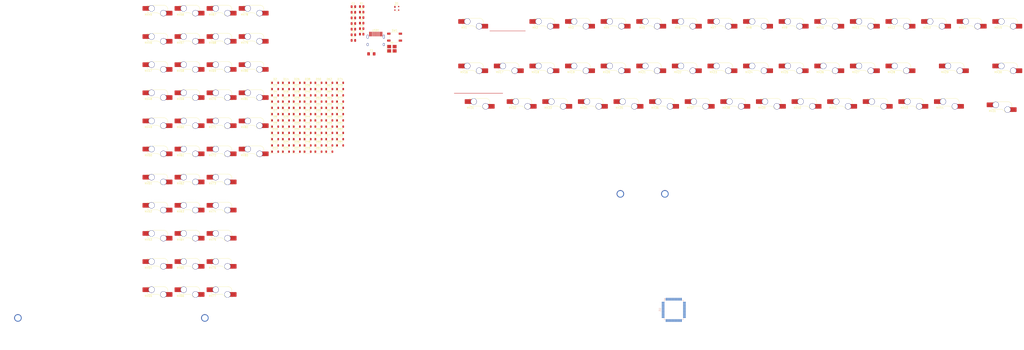
<source format=kicad_pcb>
(kicad_pcb (version 20240108) (generator "pcbnew") (generator_version "8.0")
  (layers (0 "F.Cu" signal) (31 "B.Cu" signal) (34 "B.Paste" user) (35 "F.Paste" user) (36 "B.SilkS" user "B.Silkscreen") (37 "F.SilkS" user "F.Silkscreen") (38 "B.Mask" user) (39 "F.Mask" user) (44 "Edge.Cuts" user))
  (net 0 "")
  (net 1 "GND")
  (net 2 "Net-(U1-UCAP)")
  (net 3 "+5V")
  (net 4 "Net-(U1-XTAL1)")
  (net 5 "Net-(U1-XTAL2)")
  (net 6 "D-")
  (net 7 "D+")
  (net 8 "VCC")
  (net 9 "col0")
  (net 10 "Net-(D2-A)")
  (net 11 "Net-(D3-A)")
  (net 12 "Net-(D4-A)")
  (net 13 "Net-(D5-A)")
  (net 14 "Net-(D6-A)")
  (net 15 "Net-(D7-A)")
  (net 16 "Net-(D8-A)")
  (net 17 "Net-(D9-A)")
  (net 18 "Net-(D10-A)")
  (net 19 "Net-(D11-A)")
  (net 20 "Net-(D12-A)")
  (net 21 "Net-(D13-A)")
  (net 22 "Net-(D14-A)")
  (net 23 "Net-(D15-A)")
  (net 24 "Net-(D16-A)")
  (net 25 "Net-(D17-A)")
  (net 26 "Net-(D18-A)")
  (net 27 "Net-(D19-A)")
  (net 28 "Net-(D20-A)")
  (net 29 "Net-(D21-A)")
  (net 30 "Net-(D22-A)")
  (net 31 "Net-(D23-A)")
  (net 32 "Net-(D24-A)")
  (net 33 "Net-(D25-A)")
  (net 34 "Net-(D26-A)")
  (net 35 "Net-(D27-A)")
  (net 36 "Net-(D28-A)")
  (net 37 "Net-(D29-A)")
  (net 38 "Net-(D30-A)")
  (net 39 "Net-(D31-A)")
  (net 40 "Net-(D32-A)")
  (net 41 "Net-(D33-A)")
  (net 42 "Net-(D34-A)")
  (net 43 "Net-(D35-A)")
  (net 44 "Net-(D36-A)")
  (net 45 "Net-(D37-A)")
  (net 46 "Net-(D38-A)")
  (net 47 "Net-(D39-A)")
  (net 48 "Net-(D40-A)")
  (net 49 "Net-(D41-A)")
  (net 50 "Net-(D42-A)")
  (net 51 "Net-(D43-A)")
  (net 52 "Net-(D44-A)")
  (net 53 "Net-(D45-A)")
  (net 54 "Net-(D46-A)")
  (net 55 "Net-(D47-A)")
  (net 56 "Net-(D48-A)")
  (net 57 "Net-(D49-A)")
  (net 58 "Net-(D50-A)")
  (net 59 "Net-(D51-A)")
  (net 60 "Net-(D52-A)")
  (net 61 "Net-(D53-A)")
  (net 62 "Net-(D54-A)")
  (net 63 "Net-(D55-A)")
  (net 64 "Net-(D56-A)")
  (net 65 "Net-(D57-A)")
  (net 66 "Net-(D58-A)")
  (net 67 "Net-(D59-A)")
  (net 68 "Net-(D60-A)")
  (net 69 "Net-(D61-A)")
  (net 70 "Net-(D62-A)")
  (net 71 "Net-(D63-A)")
  (net 72 "Net-(D64-A)")
  (net 73 "Net-(D65-A)")
  (net 74 "Net-(D66-A)")
  (net 75 "Net-(D67-A)")
  (net 76 "Net-(D68-A)")
  (net 77 "Net-(D69-A)")
  (net 78 "Net-(D70-A)")
  (net 79 "Net-(D71-A)")
  (net 80 "Net-(D72-A)")
  (net 81 "Net-(D73-A)")
  (net 82 "Net-(D74-A)")
  (net 83 "Net-(D75-A)")
  (net 84 "Net-(D76-A)")
  (net 85 "Net-(D77-A)")
  (net 86 "Net-(D78-A)")
  (net 87 "Net-(D79-A)")
  (net 88 "Net-(D80-A)")
  (net 89 "Net-(D81-A)")
  (net 90 "Net-(D82-A)")
  (net 91 "Net-(D83-A)")
  (net 92 "Net-(D84-A)")
  (net 93 "Net-(U1-~{HWB}{slash}PE2)")
  (net 94 "Net-(U1-D+)")
  (net 95 "Net-(U1-D-)")
  (net 96 "Net-(U1-~{RESET})")
  (net 97 "Net-(USB1-CC2)")
  (net 98 "Net-(USB1-CC1)")
  (footprint "Diode_SMD:D_SOD-123" (layer "F.Cu") (at -74.129824 94.58)
    (property "Reference" "D24")
    (property "Value" "D")
  )
  (footprint "Diode_SMD:D_SOD-123" (layer "F.Cu") (at -50.949824 64.43)
    (property "Reference" "D63")
    (property "Value" "D")
  )
  (footprint "PCM_marbastlib-mx:SW_MX_HS_CPG151101S11_1u" (layer "F.Cu") (at 158.75 33.3375)
    (property "Reference" "MX7")
    (property "Value" "F6")
  )
  (footprint "Diode_SMD:D_SOD-123" (layer "F.Cu") (at -62.539824 67.78)
    (property "Reference" "D40")
    (property "Value" "D")
  )
  (footprint "PCM_marbastlib-mx:SW_MX_HS_CPG151101S11_1u" (layer "F.Cu") (at -143.505 26.35)
    (property "Reference" "MX45")
    (property "Value" "pgDn")
  )
  (footprint "PCM_marbastlib-mx:STAB_MX_P_2u" (layer "F.Cu") (at 116.68125 127.47625)
    (property "Reference" "S3" (hide yes))
    (property "Value" "MX_stab")
  )
  (footprint "PCM_marbastlib-mx:SW_MX_HS_CPG151101S11_1u" (layer "F.Cu") (at 63.5 33.3375)
    (property "Reference" "MX2")
    (property "Value" "F1")
  )
  (footprint "PCM_marbastlib-mx:SW_MX_HS_CPG151101S11_1u" (layer "F.Cu") (at -143.505 131.7)
    (property "Reference" "MX52")
    (property "Value" "h")
  )
  (footprint "Diode_SMD:D_SOD-123" (layer "F.Cu") (at -62.539824 64.43)
    (property "Reference" "D39")
    (property "Value" "D")
  )
  (footprint "PCM_marbastlib-mx:SW_MX_HS_CPG151101S11_1u" (layer "F.Cu") (at 139.7 33.3375)
    (property "Reference" "MX6")
    (property "Value" "F5")
  )
  (footprint "PCM_marbastlib-mx:SW_MX_HS_CPG151101S11_1u" (layer "F.Cu") (at -109.205 86.55)
    (property "Reference" "MX71")
    (property "Value" "rshift")
  )
  (footprint "Diode_SMD:D_SOD-123" (layer "F.Cu") (at -79.924824 81.18)
    (property "Reference" "D8")
    (property "Value" "D")
  )
  (footprint "Diode_SMD:D_SOD-123" (layer "F.Cu") (at -68.334824 87.88)
    (property "Reference" "D34")
    (property "Value" "D")
  )
  (footprint "Diode_SMD:D_SOD-123" (layer "F.Cu") (at -62.539824 61.08)
    (property "Reference" "D38")
    (property "Value" "D")
  )
  (footprint "Diode_SMD:D_SOD-123" (layer "F.Cu") (at -68.334824 71.13)
    (property "Reference" "D29")
    (property "Value" "D")
  )
  (footprint "PCM_marbastlib-mx:SW_MX_HS_CPG151101S11_1u" (layer "F.Cu") (at -126.355 56.45)
    (property "Reference" "MX58")
    (property "Value" "enter")
  )
  (footprint "PCM_marbastlib-mx:SW_MX_HS_CPG151101S11_1u" (layer "F.Cu") (at 203.73375 76.2)
    (property "Reference" "MX40")
    (property "Value" "o")
  )
  (footprint "PCM_marbastlib-mx:SW_MX_HS_CPG151101S11_1u" (layer "F.Cu") (at -109.205 161.8)
    (property "Reference" "MX76")
    (property "Value" "alt")
  )
  (footprint "Diode_SMD:D_SOD-123" (layer "F.Cu") (at -50.949824 81.18)
    (property "Reference" "D68")
    (property "Value" "D")
  )
  (footprint "Diode_SMD:D_SOD-123" (layer "F.Cu") (at -50.949824 77.83)
    (property "Reference" "D67")
    (property "Value" "D")
  )
  (footprint "Diode_SMD:D_SOD-123" (layer "F.Cu") (at -68.334824 97.93)
    (property "Reference" "D37")
    (property "Value" "D")
  )
  (footprint "PCM_marbastlib-mx:SW_MX_HS_CPG151101S11_1u" (layer "F.Cu") (at -92.055 56.45)
    (property "Reference" "MX80")
    (property "Value" "ctrl")
  )
  (footprint "PCM_marbastlib-mx:SW_MX_HS_CPG151101S11_1u" (layer "F.Cu") (at 63.5 57.15)
    (property "Reference" "MX18")
    (property "Value" "2")
  )
  (footprint "Diode_SMD:D_SOD-123" (layer "F.Cu") (at -62.539824 81.18)
    (property "Reference" "D44")
    (property "Value" "D")
  )
  (footprint "Capacitor_SMD:C_0805_2012Metric" (layer "F.Cu") (at -38.059824 29.36)
    (property "Reference" "C4")
    (property "Value" "0.1uF")
  )
  (footprint "Diode_SMD:D_SOD-123" (layer "F.Cu") (at -45.154824 87.88)
    (property "Reference" "D82")
    (property "Value" "D")
  )
  (footprint "PCM_marbastlib-mx:SW_MX_HS_CPG151101S11_1u" (layer "F.Cu") (at 311.15 33.3375)
    (property "Reference" "MX15")
    (property "Value" "Delete")
  )
  (footprint "PCM_marbastlib-mx:SW_MX_HS_CPG151101S11_1u" (layer "F.Cu") (at -92.055 101.6)
    (property "Reference" "MX83")
    (property "Value" "right")
  )
  (footprint "Diode_SMD:D_SOD-123" (layer "F.Cu") (at -45.154824 84.53)
    (property "Reference" "D81")
    (property "Value" "D")
  )
  (footprint "PCM_marbastlib-mx:SW_MX_HS_CPG151101S11_1u" (layer "F.Cu") (at 196.85 33.3375)
    (property "Reference" "MX9")
    (property "Value" "F8")
  )
  (footprint "PCM_marbastlib-mx:SW_MX_HS_CPG151101S11_1u" (layer "F.Cu") (at -126.355 116.65)
    (property "Reference" "MX62")
    (property "Value" "x")
  )
  (footprint "Diode_SMD:D_SOD-123" (layer "F.Cu") (at -74.129824 71.13)
    (property "Reference" "D17")
    (property "Value" "D")
  )
  (footprint "Diode_SMD:D_SOD-123" (layer "F.Cu") (at -79.924824 61.08)
    (property "Reference" "D2")
    (property "Value" "D")
  )
  (footprint "PCM_marbastlib-mx:SW_MX_HS_CPG151101S11_1u" (layer "F.Cu") (at 177.8 33.3375)
    (property "Reference" "MX8")
    (property "Value" "F7")
  )
  (footprint "PCM_marbastlib-mx:SW_MX_HS_CPG151101S11_1u" (layer "F.Cu") (at -126.355 101.6)
    (property "Reference" "MX61")
    (property "Value" "z")
  )
  (footprint "Diode_SMD:D_SOD-123" (layer "F.Cu") (at -79.924824 74.48)
    (property "Reference" "D6")
    (property "Value" "D")
  )
  (footprint "PCM_marbastlib-mx:SW_MX_HS_CPG151101S11_1u" (layer "F.Cu") (at -92.055 26.35)
    (property "Reference" "MX78")
    (property "Value" "alt")
  )
  (footprint "Diode_SMD:D_SOD-123" (layer "F.Cu") (at -56.744824 81.18)
    (property "Reference" "D56")
    (property "Value" "D")
  )
  (footprint "Capacitor_SMD:C_0805_2012Metric" (layer "F.Cu") (at -38.059824 35.38)
    (property "Reference" "C6")
    (property "Value" "1uF")
  )
  (footprint "PCM_marbastlib-mx:SW_MX_HS_CPG151101S11_1u" (layer "F.Cu") (at -126.355 176.85)
    (property "Reference" "MX66")
    (property "Value" "n")
  )
  (footprint "Capacitor_SMD:C_0805_2012Metric" (layer "F.Cu") (at -38.059824 38.39)
    (property "Reference" "C7")
    (property "Value" "1uF")
  )
  (footprint "PCM_marbastlib-mx:SW_MX_HS_CPG151101S11_1u" (layer "F.Cu") (at 89.43375 76.2)
    (property "Reference" "MX34")
    (property "Value" "e")
  )
  (footprint "PCM_marbastlib-mx:SW_MX_HS_CPG151101S11_1u" (layer "F.Cu") (at -109.205 71.5)
    (property "Reference" "MX70")
    (property "Value" "?")
  )
  (footprint "Diode_SMD:D_SOD-123" (layer "F.Cu") (at -45.154824 77.83)
    (property "Reference" "D79")
    (property "Value" "D")
  )
  (footprint "Diode_SMD:D_SOD-123" (layer "F.Cu") (at -62.539824 87.88)
    (property "Reference" "D46")
    (property "Value" "D")
  )
  (footprint "Diode_SMD:D_SOD-123" (layer "F.Cu") (at -74.129824 84.53)
    (property "Reference" "D21")
    (property "Value" "D")
  )
  (footprint "PCM_marbastlib-mx:SW_MX_HS_CPG151101S11_1u" (layer "F.Cu") (at 234.95 33.3375)
    (property "Reference" "MX11")
    (property "Value" "F10")
  )
  (footprint "PCM_marbastlib-mx:SW_MX_HS_CPG151101S11_1u" (layer "F.Cu") (at -92.055 71.5)
    (property "Reference" "MX81")
    (property "Value" "left")
  )
  (footprint "PCM_marbastlib-mx:SW_MX_HS_CPG151101S11_1u" (layer "F.Cu") (at -143.505 41.4)
    (property "Reference" "MX46")
    (property "Value" "caps lock")
  )
  (footprint "Diode_SMD:D_SOD-123" (layer "F.Cu") (at -68.334824 77.83)
    (property "Reference" "D31")
    (property "Value" "D")
  )
  (footprint "Capacitor_SMD:C_0805_2012Metric" (layer "F.Cu") (at -38.059824 23.34)
    (property "Reference" "C2")
    (property "Value" "0.1uF")
  )
  (footprint "Diode_SMD:D_SOD-123" (layer "F.Cu") (at -79.924824 84.53)
    (property "Reference" "D9")
    (property "Value" "D")
  )
  (footprint "Diode_SMD:D_SOD-123" (layer "F.Cu") (at -74.129824 61.08)
    (property "Reference" "D14")
    (property "Value" "D")
  )
  (footprint "Diode_SMD:D_SOD-123" (layer "F.Cu") (at -50.949824 87.88)
    (property "Reference" "D70")
    (property "Value" "D")
  )
  (footprint "PCM_marbastlib-mx:SW_MX_HS_CPG151101S11_1u" (layer "F.Cu") (at -143.505 56.45)
    (property "Reference" "MX47")
    (property "Value" "a")
  )
  (footprint "PCM_marbastlib-mx:SW_MX_HS_CPG151101S11_1u" (layer "F.Cu") (at -109.205 56.45)
    (property "Reference" "MX69")
    (property "Value" ">")
  )
  (footprint "Diode_SMD:D_SOD-123" (layer "F.Cu") (at -56.744824 97.93)
    (property "Reference" "D61")
    (property "Value" "D")
  )
  (footprint "PCM_marbastlib-mx:SW_MX_HS_CPG151101S11_1u" (layer "F.Cu") (at -126.355 26.35)
    (property "Reference" "MX56")
    (property "Value" ":")
  )
  (footprint "PCM_marbastlib-mx:SW_MX_HS_CPG151101S11_1u" (layer "F.Cu") (at 51.33375 76.2)
    (property "Reference" "MX32")
    (property "Value" "q")
  )
  (footprint "PCM_marbastlib-mx:SW_MX_HS_CPG151101S11_1u" (layer "F.Cu") (at 70.38375 76.2)
    (property "Reference" "MX33")
    (property "Value" "w")
  )
  (footprint "Diode_SMD:D_SOD-123" (layer "F.Cu") (at -79.924824 64.43)
    (property "Reference" "D3")
    (property "Value" "D")
  )
  (footprint "PCM_marbastlib-mx:SW_MX_HS_CPG151101S11_1u" (layer "F.Cu") (at 82.55 33.3375)
    (property "Reference" "MX3")
    (property "Value" "F2")
  )
  (footprint "Diode_SMD:D_SOD-123" (layer "F.Cu") (at -45.154824 64.43)
    (property "Reference" "D75")
    (property "Value" "D")
  )
  (footprint "PCM_marbastlib-mx:SW_MX_HS_CPG151101S11_1u" (layer "F.Cu") (at -109.205 116.65)
    (property "Reference" "MX73")
    (property "Value" "end")
  )
  (footprint "Diode_SMD:D_SOD-123" (layer "F.Cu") (at -56.744824 67.78)
    (property "Reference" "D52")
    (property "Value" "D")
  )
  (footprint "Capacitor_SMD:C_0805_2012Metric" (layer "F.Cu") (at -38.059824 26.35)
    (property "Reference" "C3")
    (property "Value" "0.1uF")
  )
  (footprint "Diode_SMD:D_SOD-123" (layer "F.Cu") (at -45.154824 94.58)
    (property "Reference" "D84")
    (property "Value" "D")
  )
  (footprint "Diode_SMD:D_SOD-123" (layer "F.Cu") (at -68.334824 81.18)
    (property "Reference" "D32")
    (property "Value" "D")
  )
  (footprint "PCM_marbastlib-mx:SW_MX_HS_CPG151101S11_1u" (layer "F.Cu") (at 215.9 33.3375)
    (property "Reference" "MX10")
    (property "Value" "F9")
  )
  (footprint "Diode_SMD:D_SOD-123" (layer "F.Cu") (at -50.949824 94.58)
    (property "Reference" "D72")
    (property "Value" "D")
  )
  (footprint "PCM_marbastlib-mx:SW_MX_HS_CPG151101S11_1u" (layer "F.Cu") (at 101.6 33.3375)
    (property "Reference" "MX4")
    (property "Value" "F3")
  )
  (footprint "PCM_marbastlib-mx:SW_MX_HS_CPG151101S11_1u" (layer "F.Cu") (at 222.78375 76.2)
    (property "Reference" "MX41")
    (property "Value" "p")
  )
  (footprint "Diode_SMD:D_SOD-123" (layer "F.Cu") (at -50.949824 84.53)
    (property "Reference" "D69")
    (property "Value" "D")
  )
  (footprint "Diode_SMD:D_SOD-123" (layer "F.Cu") (at -79.924824 71.13)
    (property "Reference" "D5")
    (property "Value" "D")
  )
  (footprint "Diode_SMD:D_SOD-123" (layer "F.Cu") (at -68.334824 94.58)
    (property "Reference" "D36")
    (property "Value" "D")
  )
  (footprint "PCM_marbastlib-mx:SW_MX_HS_CPG151101S11_1u" (layer "F.Cu") (at 311.15 57.15)
    (property "Reference" "MX30")
    (property "Value" "pgUp")
  )
  (footprint "Diode_SMD:D_SOD-123" (layer "F.Cu") (at -56.744824 84.53)
    (property "Reference" "D57")
    (property "Value" "D")
  )
  (footprint "Diode_SMD:D_SOD-123" (layer "F.Cu") (at -62.539824 94.58)
    (property "Reference" "D48")
    (property "Value" "D")
  )
  (footprint "PCM_marbastlib-mx:SW_MX_HS_CPG151101S11_1u" (layer "F.Cu") (at 177.8 57.15)
    (property "Reference" "MX24")
    (property "Value" "8")
  )
  (footprint "Diode_SMD:D_SOD-123" (layer "F.Cu") (at -79.924824 67.78)
    (property "Reference" "D4")
    (property "Value" "D")
  )
  (footprint "Diode_SMD:D_SOD-123" (layer "F.Cu") (at -62.539824 84.53)
    (property "Reference" "D45")
    (property "Value" "D")
  )
  (footprint "PCM_marbastlib-mx:SW_MX_HS_CPG151101S11_1u" (layer "F.Cu") (at -143.505 146.75)
    (property "Reference" "MX53")
    (property "Value" "j")
  )
  (footprint "PCM_marbastlib-mx:SW_MX_HS_CPG151101S11_1u" (layer "F.Cu") (at 184.68375 76.2)
    (property "Reference" "MX39")
    (property "Value" "i")
  )
  (footprint "Diode_SMD:D_SOD-123" (layer "F.Cu") (at -68.334824 61.08)
    (property "Reference" "D26")
    (property "Value" "D")
  )
  (footprint "PCM_marbastlib-mx:SW_MX_HS_CPG151101S11_1u" (layer "F.Cu") (at 108.48375 76.2)
    (property "Reference" "MX35")
    (property "Value" "r")
  )
  (footprint "PCM_marbastlib-mx:SW_MX_HS_CPG151101S11_1u" (layer "F.Cu") (at -92.055 86.55)
    (property "Reference" "MX82")
    (property "Value" "down")
  )
  (footprint "PCM_marbastlib-mx:SW_MX_HS_CPG151101S11_1u" (layer "F.Cu") (at 279.93375 76.2)
    (property "Reference" "MX44")
    (property "Value" "|")
  )
  (footprint "Diode_SMD:D_SOD-123" (layer "F.Cu") (at -74.129824 97.93)
    (property "Reference" "D25")
    (property "Value" "D")
  )
  (footprint "PCM_marbastlib-mx:SW_MX_HS_CPG151101S11_1u" (layer "F.Cu") (at 101.6 57.15)
    (property "Reference" "MX20")
    (property "Value" "4")
  )
  (footprint "Diode_SMD:D_SOD-123" (layer "F.Cu") (at -62.539824 74.48)
    (property "Reference" "D42")
    (property "Value" "D")
  )
  (footprint "Diode_SMD:D_SOD-123" (layer "F.Cu") (at -56.744824 74.48)
    (property "Reference" "D54")
    (property "Value" "D")
  )
  (footprint "PCM_marbastlib-mx:SW_MX_HS_CPG151101S11_1u" (layer "F.Cu") (at -109.205 146.75)
    (property "Reference" "MX75")
    (property "Value" "win")
  )
  (footprint "Diode_SMD:D_SOD-123" (layer "F.Cu") (at -56.744824 77.83)
    (property "Reference" "D55")
    (property "Value" "D")
  )
  (footprint "PCM_marbastlib-mx:SW_MX_HS_CPG151101S11_1u" (layer "F.Cu") (at 254 57.15)
    (property "Reference" "MX28")
    (property "Value" "+")
  )
  (footprint "Diode_SMD:D_SOD-123" (layer "F.Cu") (at -62.539824 97.93)
    (property "Reference" "D49")
    (property "Value" "D")
  )
  (footprint "PCM_marbastlib-mx:SW_MX_HS_CPG151101S11_1u" (layer "F.Cu") (at 196.85 57.15)
    (property "Reference" "MX25")
    (property "Value" "9")
  )
  (footprint "PCM_marbastlib-mx:SW_MX_HS_CPG151101S11_1u" (layer "F.Cu") (at -126.355 131.7)
    (property "Reference" "MX63")
    (property "Value" "c")
  )
  (footprint "PCM_marbastlib-mx:SW_MX_HS_CPG151101S11_1u" (layer "F.Cu") (at 158.75 57.15)
    (property "Reference" "MX23")
    (property "Value" "7")
  )
  (footprint "Diode_SMD:D_SOD-123" (layer "F.Cu") (at -68.334824 64.43)
    (property "Reference" "D27")
    (property "Value" "D")
  )
  (footprint "PCM_marbastlib-mx:SW_MX_HS_CPG151101S11_1u" (layer "F.Cu") (at -126.355 71.5)
    (property "Reference" "MX59")
    (property "Value" "home")
  )
  (footprint "Diode_SMD:D_SOD-123" (layer "F.Cu") (at -68.334824 91.23)
    (property "Reference" "D35")
    (property "Value" "D")
  )
  (footprint "Diode_SMD:D_SOD-123" (layer "F.Cu") (at -74.129824 81.18)
    (property "Reference" "D20")
    (property "Value" "D")
  )
  (footprint "PCM_marbastlib-mx:SW_MX_HS_CPG151101S11_1u" (layer "F.Cu") (at -109.205 101.6)
    (property "Reference" "MX72")
    (property "Value" "up")
  )
  (footprint "PCM_marbastlib-mx:SW_MX_HS_CPG151101S11_1u" (layer "F.Cu") (at 82.55 57.15)
    (property "Reference" "MX19")
    (property "Value" "3")
  )
  (footprint "PCM_marbastlib-mx:SW_MX_HS_CPG151101S11_1u" (layer "F.Cu") (at 139.7 57.15)
    (property "Reference" "MX22")
    (property "Value" "6")
  )
  (footprint "PCM_marbastlib-mx:SW_MX_HS_CPG151101S11_1u" (layer "F.Cu") (at 25.4 33.3375)
    (property "Reference" "MX1")
    (property "Value" "Esc")
  )
  (footprint "Diode_SMD:D_SOD-123" (layer "F.Cu") (at -62.539824 91.23)
    (property "Reference" "D47")
    (property "Value" "D")
  )
  (footprint "PCM_marbastlib-mx:SW_MX_HS_CPG151101S11_1u" (layer "F.Cu") (at -109.205 131.7)
    (property "Reference" "MX74")
    (property "Value" "ctrl")
  )
  (footprint "Diode_SMD:D_SOD-123" (layer "F.Cu") (at -79.924824 97.93)
    (property "Reference" "D13")
    (property "Value" "D")
  )
  (footprint "Capacitor_SMD:C_0805_2012Metric" (layer "F.Cu") (at -38.059824 32.37)
    (property "Reference" "C5")
    (property "Value" "10uF")
  )
  (footprint "Diode_SMD:D_SOD-123" (layer "F.Cu") (at -56.744824 94.58)
    (property "Reference" "D60")
    (property "Value" "D")
  )
  (footprint "Resistor_SMD:R_0805_2012Metric" (layer "F.Cu") (at -33.629824 20.3)
    (property "Reference" "R1")
    (property "Value" "10k")
  )
  (footprint "Fuse:Fuse_1206_3216Metric_Pad1.42x1.75mm_HandSolder" (layer "F.Cu") (at -28.449824 45.59)
    (property "Reference" "F1")
    (property "Value" "500m")
  )
  (footprint "Diode_SMD:D_SOD-123" (layer "F.Cu") (at -45.154824 61.08)
    (property "Reference" "D74")
    (property "Value" "D")
  )
  (footprint "PCM_marbastlib-mx:SW_MX_HS_CPG151101S11_1u" (layer "F.Cu") (at 120.65 57.15)
    (property "Reference" "MX21")
    (property "Value" "5")
  )
  (footprint "Diode_SMD:D_SOD-123" (layer "F.Cu") (at -74.129824 77.83)
    (property "Reference" "D19")
    (property "Value" "D")
  )
  (footprint "PCM_marbastlib-mx:SW_MX_HS_CPG151101S11_1u" (layer "F.Cu") (at -109.205 41.4)
    (property "Reference" "MX68")
    (property "Value" "<")
  )
  (footprint "PCM_marbastlib-mx:SW_MX_HS_CPG151101S11_1u" (layer "F.Cu") (at 44.45 57.15)
    (property "Reference" "MX17")
    (property "Value" "1")
  )
  (footprint "Resistor_SMD:R_0805_2012Metric" (layer "F.Cu") (at -33.629824 29.15)
    (property "Reference" "R4")
    (property "Value" "10k")
  )
  (footprint "PCM_marbastlib-mx:SW_MX_HS_CPG151101S11_1u" (layer "F.Cu") (at -92.055 41.4)
    (property "Reference" "MX79")
    (property "Value" "menu")
  )
  (footprint "Diode_SMD:D_SOD-123" (layer "F.Cu") (at -62.539824 77.83)
    (property "Reference" "D43")
    (property "Value" "D")
  )
  (footprint "PCM_marbastlib-mx:STAB_MX_2u" (layer "F.Cu") (at 282.575 57.15)
    (property "Reference" "S4" (hide yes))
    (property "Value" "MX_stab")
  )
  (footprint "PCM_marbastlib-mx:SW_MX_HS_CPG151101S11_1u" (layer "F.Cu") (at -109.205 176.85)
    (property "Reference" "MX77")
    (property "Value" "space")
  )
  (footprint "Resistor_SMD:R_0805_2012Metric" (layer "F.Cu") (at -33.629824 26.2)
    (property "Reference" "R3")
    (property "Value" "22")
  )
  (footprint "Diode_SMD:D_SOD-123" (layer "F.Cu") (at -79.924824 77.83)
    (property "Reference" "D7")
    (property "Value" "D")
  )
  (footprint "PCM_marbastlib-mx:SW_MX_HS_CPG151101S11_1u" (layer "F.Cu") (at -126.355 86.55)
    (property "Reference" "MX60")
    (property "Value" "lshift")
  )
  (footprint "Diode_SMD:D_SOD-123" (layer "F.Cu") (at -56.744824 71.13)
    (property "Reference" "D53")
    (property "Value" "D")
  )
  (footprint "Diode_SMD:D_SOD-123" (layer "F.Cu") (at -79.924824 94.58)
    (property "Reference" "D12")
    (property "Value" "D")
  )
  (footprint "Diode_SMD:D_SOD-123" (layer "F.Cu") (at -68.334824 67.78)
    (property "Reference" "D28")
    (property "Value" "D")
  )
  (footprint "PCM_marbastlib-mx:SW_MX_HS_CPG151101S11_1u" (layer "F.Cu") (at 260.88375 76.2)
    (property "Reference" "MX43")
    (property "Value" "}")
  )
  (footprint "Diode_SMD:D_SOD-123" (layer "F.Cu") (at -68.334824 84.53)
    (property "Reference" "D33")
    (property "Value" "D")
  )
  (footprint "PCM_marbastlib-mx:SW_MX_HS_CPG151101S11_1u" (layer "F.Cu") (at 292.1 33.3375)
    (property "Reference" "MX14")
    (property "Value" "PrtSc")
  )
  (footprint "Crystal:Crystal_SMD_3225-4Pin_3.2x2.5mm_HandSoldering" (layer "F.Cu") (at -17.459824 42.85)
    (property "Reference" "Y1")
    (property "Value" "16MHz")
  )
  (footprint "Diode_SMD:D_SOD-123" (layer "F.Cu") (at -50.949824 74.48)
    (property "Reference" "D66")
    (property "Value" "D")
  )
  (footprint "Diode_SMD:D_SOD-123" (layer "F.Cu") (at -45.154824 81.18)
    (property "Reference" "D80")
    (property "Value" "D")
  )
  (footprint "PCM_marbastlib-mx:SW_MX_HS_CPG151101S11_1u" (layer "F.Cu") (at 127.53375 76.2)
    (property "Reference" "MX36")
    (property "Value" "t")
  )
  (footprint "PCM_marbastlib-mx:SW_MX_HS_CPG151101S11_1u" (layer "F.Cu") (at 120.65 33.3375)
    (property "Reference" "MX5")
    (property "Value" "F4")
  )
  (footprint "PCM_marbastlib-mx:SW_MX_HS_CPG151101S11_1u" (layer "F.Cu") (at -143.505 71.5)
    (property "Reference" "MX48")
    (property "Value" "s")
  )
  (footprint "PCM_marbastlib-mx:SW_MX_HS_CPG151101S11_1u" (layer "F.Cu") (at 146.58375 76.2)
    (property "Reference" "MX37")
    (property "Value" "y")
  )
  (footprint "Resistor_SMD:R_0805_2012Metric" (layer "F.Cu") (at -33.629824 23.25)
    (property "Reference" "R2")
    (property "Value" "22")
  )
  (footprint "PCM_marbastlib-mx:SW_MX_HS_CPG151101S11_1u" (layer "F.Cu") (at 234.95 57.15)
    (property "Reference" "MX27")
    (property "Value" "-")
  )
  (footprint "Diode_SMD:D_SOD-123" (layer "F.Cu") (at -74.129824 67.78)
    (property "Reference" "D16")
    (property "Value" "D")
  )
  (footprint "PCM_marbastlib-mx:SW_MX_HS_CPG151101S11_1u" (layer "F.Cu") (at 28.875 76.2)
    (property "Reference" "MX31")
    (property "Value" "tab")
  )
  (footprint "Diode_SMD:D_SOD-123" (layer "F.Cu") (at -50.949824 97.93)
    (property "Reference" "D73")
    (property "Value" "D")
  )
  (footprint "PCM_marbastlib-mx:SW_MX_HS_CPG151101S11_1u" (layer "F.Cu") (at -143.505 86.55)
    (property "Reference" "MX49")
    (property "Value" "d")
  )
  (footprint "Diode_SMD:D_SOD-123" (layer "F.Cu") (at -45.154824 74.48)
    (property "Reference" "D78")
    (property "Value" "D")
  )
  (footprint "Diode_SMD:D_SOD-123" (layer "F.Cu") (at -56.744824 61.08)
    (property "Reference" "D50")
    (property "Value" "D")
  )
  (footprint "Diode_SMD:D_SOD-123" (layer "F.Cu") (at -56.744824 87.88)
    (property "Reference" "D58")
    (property "Value" "D")
  )
  (footprint "Capacitor_SMD:C_0805_2012Metric" (layer "F.Cu") (at -38.059824 20.33)
    (property "Reference" "C1")
    (property "Value" "1uF")
  )
  (footprint "Diode_SMD:D_SOD-123" (layer "F.Cu") (at -74.129824 91.23)
    (property "Reference" "D23")
    (property "Value" "D")
  )
  (footprint "Diode_SMD:D_SOD-123" (layer "F.Cu") (at -45.154824 91.23)
    (property "Reference" "D83")
    (property "Value" "D")
  )
  (footprint "Diode_SMD:D_SOD-123" (layer "F.Cu") (at -68.334824 74.48)
    (property "Reference" "D30")
    (property "Value" "D")
  )
  (footprint "Diode_SMD:D_SOD-123" (layer "F.Cu") (at -50.949824 71.13)
    (property "Reference" "D65")
    (property "Value" "D")
  )
  (footprint "PCM_marbastlib-mx:SW_MX_HS_CPG151101S11_1u" (layer "F.Cu") (at 273.05 33.3375)
    (property "Reference" "MX13")
    (property "Value" "F12")
  )
  (footprint "Resistor_SMD:R_0805_2012Metric" (layer "F.Cu") (at -33.629824 35.05)
    (property "Reference" "R6")
    (property "Value" "5.1k")
  )
  (footprint "PCM_marbastlib-mx:SW_MX_HS_CPG151101S11_1u" (layer "F.Cu") (at -126.355 41.4)
    (property "Reference" "MX57")
    (property "Value" "\"")
  )
  (footprint "PCM_marbastlib-mx:SW_MX_HS_CPG151101S11_1u" (layer "F.Cu") (at 215.9 57.15)
    (property "Reference" "MX26")
    (property "Value" "0")
  )
  (footprint "Diode_SMD:D_SOD-123" (layer "F.Cu") (at -79.924824 87.88)
    (property "Reference" "D10")
    (property "Value" "D")
  )
  (footprint "PCM_marbastlib-mx:SW_MX_HS_CPG151101S11_1u" (layer "F.Cu") (at 282.575 57.15)
    (property "Reference" "MX29")
    (property "Value" "backspace")
  )
  (footprint "Package_TO_SOT_SMD:SOT-143" (layer "F.Cu") (at -14.849824 21.225)
    (property "Reference" "D1")
    (property "Value" "PRTR5V0U2X")
  )
  (footprint "PCM_marbastlib-mx:SW_MX_HS_CPG151101S11_1u" (layer "F.Cu") (at 25.4 57.15)
    (property "Reference" "MX16")
    (property "Value" "~")
  )
  (footprint "Diode_SMD:D_SOD-123" (layer "F.Cu") (at -50.949824 91.23)
    (property "Reference" "D71")
    (property "Value" "D")
  )
  (footprint "Diode_SMD:D_SOD-123" (layer "F.Cu") (at -45.154824 71.13)
    (property "Reference" "D77")
    (property "Value" "D")
  )
  (footprint "Diode_SMD:D_SOD-123" (layer "F.Cu") (at -74.129824 87.88)
    (property "Reference" "D22")
    (property "Value" "D")
  )
  (footprint "PCM_marbastlib-mx:STAB_MX_P_6.25u" (layer "F.Cu") (at -167.538574 193.86)
    (property "Reference" "S1" (hide yes))
    (property "Value" "MX_stab")
  )
  (footprint "PCM_marbastlib-mx:SW_MX_HS_CPG151101S11_1u" (layer "F.Cu") (at -143.505 101.6)
    (property "Reference" "MX50")
    (property "Value" "f")
  )
  (footprint "Resistor_SMD:R_0805_2012Metric" (layer "F.Cu") (at -33.629824 32.1)
    (property "Reference" "R5")
    (property "Value" "5.1k")
  )
  (footprint "PCM_marbastlib-mx:SW_MX_HS_CPG151101S11_1u" (layer "F.Cu") (at -143.505 176.85)
    (property "Reference" "MX55")
    (property "Value" "l")
  )
  (footprint "PCM_marbastlib-mx:SW_MX_HS_CPG151101S11_1u" (layer "F.Cu") (at 254 33.3375)
    (property "Reference" "MX12")
    (property "Value" "F11")
  )
  (footprint "PCM_marbastlib-mx:SW_MX_HS_CPG151101S11_1u" (layer "F.Cu") (at -143.505 116.65)
    (property "Reference" "MX51")
    (property "Value" "g")
  )
  (footprint "Diode_SMD:D_SOD-123" (layer "F.Cu") (at -45.154824 67.78)
    (property "Reference" "D76")
    (property "Value" "D")
  )
  (footprint "Diode_SMD:D_SOD-123" (layer "F.Cu") (at -74.129824 74.48)
    (property "Reference" "D18")
    (property "Value" "D")
  )
  (footprint "PCM_marbastlib-mx:SW_MX_HS_CPG151101S11_1u" (layer "F.Cu") (at 308.13375 77.94625)
    (property "Reference" "MX31")
    (property "Value" "tab")
  )
  (footprint "Diode_SMD:D_SOD-123" (layer "F.Cu") (at -56.744824 91.23)
    (property "Reference" "D59")
    (property "Value" "D")
  )
  (footprint "PCM_marbastlib-mx:SW_MX_HS_CPG151101S11_1u" (layer "F.Cu") (at -126.355 146.75)
    (property "Reference" "MX64")
    (property "Value" "v")
  )
  (footprint "Diode_SMD:D_SOD-123" (layer "F.Cu") (at -62.539824 71.13)
    (property "Reference" "D41")
    (property "Value" "D")
  )
  (footprint "PCM_marbastlib-mx:SW_MX_HS_CPG151101S11_1u" (layer "F.Cu") (at -126.355 161.8)
    (property "Reference" "MX65")
    (property "Value" "b")
  )
  (footprint "PCM_marbastlib-mx:STAB_MX_2u" (layer "F.Cu") (at 33.3375 102.07625)
    (property "Reference" "S2" (hide yes))
    (property "Value" "MX_stab")
  )
  (footprint "Diode_SMD:D_SOD-123" (layer "F.Cu") (at -56.744824 64.43)
    (property "Reference" "D51")
    (property "Value" "D")
  )
  (footprint "Button_Switch_SMD:SW_SPST_SKQG_WithStem" (layer "F.Cu") (at -16.009824 36.65)
    (property "Reference" "SW1")
    (property "Value" "SW_Push")
  )
  (footprint "Diode_SMD:D_SOD-123" (layer "F.Cu") (at -50.949824 67.78)
    (property "Reference" "D64")
    (property "Value" "D")
  )
  (footprint "Type-C:HRO-TYPE-C-31-M-12-HandSoldering" (layer "F.Cu") (at -26.104824 43.195)
    (property "Reference" "USB1")
    (property "Value" "HRO-TYPE-C-31-M-12")
  )
  (footprint "PCM_marbastlib-mx:SW_MX_HS_CPG151101S11_1u" (layer "F.Cu") (at 241.83375 76.2)
    (property "Reference" "MX42")
    (property "Value" "{")
  )
  (footprint "PCM_marbastlib-mx:SW_MX_HS_CPG151101S11_1u" (layer "F.Cu") (at -143.505 161.8)
    (property "Reference" "MX54")
    (property "Value" "k")
  )
  (footprint "Diode_SMD:D_SOD-123" (layer "F.Cu") (at -50.949824 61.08)
    (property "Reference" "D62")
    (property "Value" "D")
  )
  (footprint "PCM_marbastlib-mx:SW_MX_HS_CPG151101S11_1u" (layer "F.Cu") (at -109.205 26.35)
    (property "Reference" "MX67")
    (property "Value" "m")
  )
  (footprint "PCM_marbastlib-mx:SW_MX_HS_CPG151101S11_1u" (layer "F.Cu") (at 165.63375 76.2)
    (property "Reference" "MX38")
    (property "Value" "u")
  )
  (footprint "Diode_SMD:D_SOD-123" (layer "F.Cu") (at -79.924824 91.23)
    (property "Reference" "D11")
    (property "Value" "D")
  )
  (footprint "Diode_SMD:D_SOD-123" (layer "F.Cu") (at -74.129824 64.43)
    (property "Reference" "D15")
    (property "Value" "D")
  )
  (footprint "Package_QFP:TQFP-44_10x10mm_P0.8mm" (layer "B.Cu") (at 133.35 182.5625 -90)
    (property "Reference" "U1")
    (property "Value" "ATmega32U4-A")
  )
  (gr_line (start 15.875 66.675) (end 41.875 66.675) (stroke (width 0.2)) (layer "F.Cu"))
  (gr_line (start 34.925 33.3375) (end 53.975 33.3375) (stroke (width 0.2)) (layer "F.Cu"))
)
</source>
